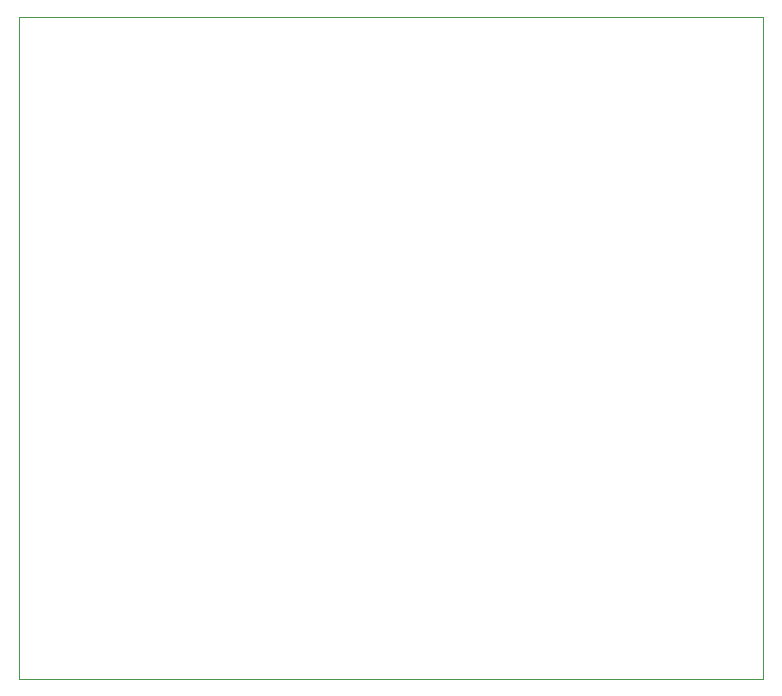
<source format=gbr>
G04 #@! TF.GenerationSoftware,KiCad,Pcbnew,5.1.6-c6e7f7d~86~ubuntu19.10.1*
G04 #@! TF.CreationDate,2021-01-18T20:18:48+01:00*
G04 #@! TF.ProjectId,receiver_test,72656365-6976-4657-925f-746573742e6b,rev?*
G04 #@! TF.SameCoordinates,Original*
G04 #@! TF.FileFunction,Profile,NP*
%FSLAX46Y46*%
G04 Gerber Fmt 4.6, Leading zero omitted, Abs format (unit mm)*
G04 Created by KiCad (PCBNEW 5.1.6-c6e7f7d~86~ubuntu19.10.1) date 2021-01-18 20:18:48*
%MOMM*%
%LPD*%
G01*
G04 APERTURE LIST*
G04 #@! TA.AperFunction,Profile*
%ADD10C,0.100000*%
G04 #@! TD*
G04 APERTURE END LIST*
D10*
X98000000Y-130500000D02*
X35000000Y-130500000D01*
X98000000Y-74500000D02*
X98000000Y-130500000D01*
X35000000Y-74500000D02*
X98000000Y-74500000D01*
X35000000Y-74500000D02*
X35000000Y-130500000D01*
M02*

</source>
